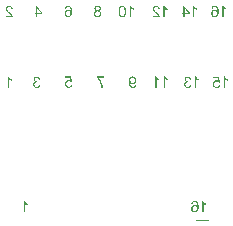
<source format=gbo>
G04*
G04 #@! TF.GenerationSoftware,Altium Limited,Altium Designer,23.9.2 (47)*
G04*
G04 Layer_Color=32896*
%FSLAX44Y44*%
%MOMM*%
G71*
G04*
G04 #@! TF.SameCoordinates,58B7A3E4-DE2A-4233-B81C-AD47A70DC6F2*
G04*
G04*
G04 #@! TF.FilePolarity,Positive*
G04*
G01*
G75*
%ADD11C,0.1000*%
G36*
X364640Y185859D02*
X364793Y185637D01*
X364973Y185415D01*
X365139Y185221D01*
X365306Y185055D01*
X365431Y184916D01*
X365486Y184875D01*
X365528Y184833D01*
X365542Y184819D01*
X365555Y184805D01*
X365847Y184569D01*
X366138Y184348D01*
X366415Y184153D01*
X366693Y184001D01*
X366928Y183862D01*
X367025Y183807D01*
X367109Y183765D01*
X367178Y183724D01*
X367234Y183710D01*
X367261Y183682D01*
X367275D01*
Y182545D01*
X367067Y182628D01*
X366859Y182725D01*
X366651Y182822D01*
X366457Y182919D01*
X366291Y183002D01*
X366152Y183072D01*
X366069Y183127D01*
X366055Y183141D01*
X366041D01*
X365791Y183294D01*
X365569Y183446D01*
X365375Y183585D01*
X365223Y183710D01*
X365084Y183807D01*
X365001Y183890D01*
X364931Y183945D01*
X364917Y183959D01*
Y176457D01*
X363739D01*
Y186095D01*
X364501D01*
X364640Y185859D01*
D02*
G37*
G36*
X360507Y180991D02*
X359398Y180839D01*
X359301Y180991D01*
X359176Y181116D01*
X359065Y181241D01*
X358954Y181338D01*
X358843Y181408D01*
X358760Y181477D01*
X358704Y181505D01*
X358691Y181518D01*
X358510Y181602D01*
X358330Y181671D01*
X358164Y181713D01*
X357997Y181754D01*
X357859Y181768D01*
X357747Y181782D01*
X357484D01*
X357318Y181754D01*
X357026Y181685D01*
X356777Y181588D01*
X356555Y181491D01*
X356388Y181380D01*
X356264Y181283D01*
X356194Y181213D01*
X356166Y181199D01*
Y181186D01*
X355972Y180950D01*
X355834Y180700D01*
X355737Y180437D01*
X355667Y180173D01*
X355626Y179951D01*
X355612Y179854D01*
Y179771D01*
X355598Y179702D01*
Y179646D01*
Y179618D01*
Y179605D01*
Y179410D01*
X355626Y179230D01*
X355695Y178883D01*
X355792Y178592D01*
X355889Y178356D01*
X356000Y178162D01*
X356097Y178010D01*
X356139Y177968D01*
X356166Y177927D01*
X356180Y177913D01*
X356194Y177899D01*
X356305Y177788D01*
X356416Y177691D01*
X356666Y177524D01*
X356902Y177413D01*
X357137Y177344D01*
X357332Y177289D01*
X357498Y177275D01*
X357553Y177261D01*
X357637D01*
X357900Y177275D01*
X358136Y177330D01*
X358344Y177400D01*
X358510Y177483D01*
X358663Y177566D01*
X358774Y177635D01*
X358829Y177691D01*
X358857Y177705D01*
X359023Y177899D01*
X359162Y178107D01*
X359273Y178343D01*
X359356Y178551D01*
X359412Y178759D01*
X359453Y178911D01*
X359467Y178981D01*
X359481Y179022D01*
Y179050D01*
Y179064D01*
X360715Y178967D01*
X360688Y178745D01*
X360646Y178537D01*
X360521Y178148D01*
X360369Y177816D01*
X360285Y177663D01*
X360202Y177538D01*
X360133Y177413D01*
X360050Y177302D01*
X359980Y177219D01*
X359911Y177150D01*
X359855Y177094D01*
X359828Y177039D01*
X359800Y177025D01*
X359786Y177011D01*
X359620Y176886D01*
X359453Y176775D01*
X359273Y176678D01*
X359093Y176595D01*
X358746Y176470D01*
X358399Y176387D01*
X358247Y176346D01*
X358094Y176332D01*
X357969Y176318D01*
X357859Y176304D01*
X357761Y176290D01*
X357637D01*
X357345Y176304D01*
X357068Y176346D01*
X356805Y176401D01*
X356569Y176470D01*
X356347Y176567D01*
X356139Y176665D01*
X355945Y176762D01*
X355778Y176873D01*
X355626Y176984D01*
X355487Y177080D01*
X355376Y177192D01*
X355279Y177275D01*
X355210Y177344D01*
X355154Y177400D01*
X355126Y177441D01*
X355112Y177455D01*
X354974Y177635D01*
X354863Y177829D01*
X354752Y178010D01*
X354669Y178204D01*
X354530Y178578D01*
X354447Y178939D01*
X354419Y179091D01*
X354391Y179244D01*
X354378Y179369D01*
X354364Y179480D01*
X354350Y179577D01*
Y179646D01*
Y179688D01*
Y179702D01*
X354364Y179951D01*
X354391Y180187D01*
X354433Y180423D01*
X354488Y180631D01*
X354558Y180825D01*
X354627Y181019D01*
X354710Y181186D01*
X354780Y181338D01*
X354863Y181477D01*
X354946Y181602D01*
X355015Y181699D01*
X355085Y181796D01*
X355140Y181865D01*
X355182Y181907D01*
X355210Y181935D01*
X355224Y181948D01*
X355390Y182101D01*
X355556Y182240D01*
X355737Y182351D01*
X355917Y182448D01*
X356097Y182545D01*
X356278Y182614D01*
X356610Y182711D01*
X356763Y182753D01*
X356902Y182780D01*
X357026Y182794D01*
X357137Y182808D01*
X357220Y182822D01*
X357526D01*
X357692Y182794D01*
X358025Y182725D01*
X358330Y182628D01*
X358607Y182517D01*
X358829Y182406D01*
X358926Y182351D01*
X359010Y182309D01*
X359079Y182267D01*
X359120Y182240D01*
X359148Y182226D01*
X359162Y182212D01*
X358649Y184805D01*
X354807D01*
Y185929D01*
X359578D01*
X360507Y180991D01*
D02*
G37*
G36*
X363365Y245859D02*
X363518Y245637D01*
X363698Y245415D01*
X363864Y245221D01*
X364031Y245055D01*
X364156Y244916D01*
X364211Y244874D01*
X364253Y244833D01*
X364267Y244819D01*
X364280Y244805D01*
X364572Y244569D01*
X364863Y244347D01*
X365140Y244153D01*
X365418Y244001D01*
X365653Y243862D01*
X365750Y243807D01*
X365834Y243765D01*
X365903Y243724D01*
X365958Y243710D01*
X365986Y243682D01*
X366000D01*
Y242545D01*
X365792Y242628D01*
X365584Y242725D01*
X365376Y242822D01*
X365182Y242919D01*
X365015Y243002D01*
X364877Y243072D01*
X364794Y243127D01*
X364780Y243141D01*
X364766D01*
X364516Y243293D01*
X364294Y243446D01*
X364100Y243585D01*
X363947Y243710D01*
X363809Y243807D01*
X363726Y243890D01*
X363656Y243945D01*
X363642Y243959D01*
Y236456D01*
X362464D01*
Y246095D01*
X363226D01*
X363365Y245859D01*
D02*
G37*
G36*
X356320Y246081D02*
X356583Y246053D01*
X356833Y245998D01*
X357069Y245928D01*
X357277Y245832D01*
X357485Y245748D01*
X357665Y245637D01*
X357831Y245540D01*
X357970Y245443D01*
X358109Y245332D01*
X358220Y245249D01*
X358303Y245166D01*
X358372Y245083D01*
X358428Y245027D01*
X358456Y244999D01*
X358470Y244986D01*
X358650Y244736D01*
X358802Y244445D01*
X358941Y244139D01*
X359066Y243820D01*
X359163Y243488D01*
X359246Y243155D01*
X359315Y242808D01*
X359371Y242489D01*
X359412Y242170D01*
X359440Y241879D01*
X359468Y241616D01*
X359482Y241394D01*
Y241199D01*
X359496Y241061D01*
Y241005D01*
Y240964D01*
Y240950D01*
Y240936D01*
X359482Y240492D01*
X359454Y240076D01*
X359412Y239688D01*
X359343Y239327D01*
X359274Y239008D01*
X359204Y238717D01*
X359121Y238454D01*
X359024Y238218D01*
X358941Y238024D01*
X358858Y237843D01*
X358788Y237705D01*
X358705Y237580D01*
X358650Y237483D01*
X358608Y237427D01*
X358580Y237386D01*
X358567Y237372D01*
X358386Y237178D01*
X358192Y237011D01*
X357998Y236873D01*
X357804Y236748D01*
X357596Y236637D01*
X357402Y236553D01*
X357207Y236484D01*
X357013Y236429D01*
X356847Y236387D01*
X356680Y236346D01*
X356542Y236318D01*
X356417Y236304D01*
X356306D01*
X356237Y236290D01*
X356167D01*
X355848Y236304D01*
X355557Y236359D01*
X355294Y236415D01*
X355058Y236498D01*
X354878Y236567D01*
X354739Y236637D01*
X354683Y236651D01*
X354642Y236678D01*
X354628Y236692D01*
X354614D01*
X354378Y236859D01*
X354156Y237053D01*
X353976Y237247D01*
X353824Y237441D01*
X353699Y237621D01*
X353615Y237760D01*
X353588Y237815D01*
X353560Y237857D01*
X353546Y237871D01*
Y237885D01*
X353408Y238176D01*
X353310Y238481D01*
X353241Y238759D01*
X353200Y239022D01*
X353158Y239244D01*
Y239327D01*
X353144Y239410D01*
Y239480D01*
Y239521D01*
Y239549D01*
Y239563D01*
X353158Y239813D01*
X353186Y240048D01*
X353227Y240284D01*
X353269Y240492D01*
X353338Y240686D01*
X353408Y240880D01*
X353477Y241047D01*
X353560Y241199D01*
X353643Y241338D01*
X353713Y241463D01*
X353782Y241560D01*
X353851Y241657D01*
X353893Y241726D01*
X353935Y241768D01*
X353962Y241796D01*
X353976Y241810D01*
X354129Y241962D01*
X354295Y242101D01*
X354475Y242212D01*
X354642Y242309D01*
X354808Y242406D01*
X354975Y242475D01*
X355294Y242572D01*
X355432Y242614D01*
X355571Y242642D01*
X355682Y242656D01*
X355793Y242670D01*
X355876Y242683D01*
X355987D01*
X356237Y242670D01*
X356472Y242628D01*
X356694Y242586D01*
X356889Y242531D01*
X357055Y242461D01*
X357180Y242420D01*
X357263Y242378D01*
X357277Y242364D01*
X357291D01*
X357513Y242226D01*
X357707Y242073D01*
X357887Y241921D01*
X358026Y241754D01*
X358150Y241616D01*
X358248Y241504D01*
X358303Y241421D01*
X358317Y241407D01*
Y241657D01*
X358303Y241907D01*
X358289Y242129D01*
X358261Y242351D01*
X358248Y242545D01*
X358220Y242725D01*
X358192Y242891D01*
X358150Y243044D01*
X358123Y243183D01*
X358095Y243293D01*
X358067Y243391D01*
X358053Y243474D01*
X358026Y243529D01*
X358012Y243571D01*
X357998Y243599D01*
Y243612D01*
X357859Y243890D01*
X357721Y244139D01*
X357568Y244334D01*
X357429Y244500D01*
X357304Y244639D01*
X357207Y244736D01*
X357138Y244791D01*
X357110Y244805D01*
X356944Y244916D01*
X356777Y244986D01*
X356611Y245041D01*
X356445Y245083D01*
X356320Y245110D01*
X356209Y245124D01*
X356112D01*
X355862Y245096D01*
X355626Y245041D01*
X355432Y244958D01*
X355252Y244874D01*
X355113Y244778D01*
X355016Y244694D01*
X354961Y244639D01*
X354933Y244611D01*
X354836Y244486D01*
X354739Y244334D01*
X354656Y244167D01*
X354600Y244001D01*
X354545Y243848D01*
X354503Y243724D01*
X354489Y243640D01*
X354475Y243626D01*
Y243612D01*
X353297Y243710D01*
X353380Y244098D01*
X353505Y244445D01*
X353643Y244750D01*
X353796Y244999D01*
X353948Y245194D01*
X354004Y245277D01*
X354073Y245346D01*
X354115Y245388D01*
X354156Y245429D01*
X354170Y245443D01*
X354184Y245457D01*
X354323Y245568D01*
X354475Y245665D01*
X354781Y245832D01*
X355086Y245942D01*
X355377Y246012D01*
X355640Y246067D01*
X355751Y246081D01*
X355848D01*
X355932Y246095D01*
X356043D01*
X356320Y246081D01*
D02*
G37*
G36*
X338365Y245693D02*
X338518Y245471D01*
X338698Y245249D01*
X338864Y245055D01*
X339031Y244888D01*
X339156Y244750D01*
X339211Y244708D01*
X339253Y244667D01*
X339267Y244653D01*
X339280Y244639D01*
X339572Y244403D01*
X339863Y244181D01*
X340140Y243987D01*
X340418Y243834D01*
X340653Y243696D01*
X340750Y243640D01*
X340834Y243599D01*
X340903Y243557D01*
X340958Y243543D01*
X340986Y243515D01*
X341000D01*
Y242378D01*
X340792Y242461D01*
X340584Y242558D01*
X340376Y242656D01*
X340182Y242753D01*
X340015Y242836D01*
X339877Y242905D01*
X339794Y242961D01*
X339780Y242975D01*
X339766D01*
X339516Y243127D01*
X339294Y243280D01*
X339100Y243418D01*
X338947Y243543D01*
X338809Y243640D01*
X338726Y243724D01*
X338656Y243779D01*
X338642Y243793D01*
Y236290D01*
X337464D01*
Y245928D01*
X338226D01*
X338365Y245693D01*
D02*
G37*
G36*
X334842Y239674D02*
Y238592D01*
X330668D01*
Y236290D01*
X329489D01*
Y238592D01*
X328186D01*
Y239674D01*
X329489D01*
Y245887D01*
X330446D01*
X334842Y239674D01*
D02*
G37*
G36*
X232139Y246081D02*
X232403Y246053D01*
X232652Y245998D01*
X232888Y245928D01*
X233096Y245832D01*
X233304Y245748D01*
X233484Y245637D01*
X233651Y245540D01*
X233790Y245443D01*
X233928Y245332D01*
X234039Y245249D01*
X234122Y245166D01*
X234192Y245083D01*
X234247Y245027D01*
X234275Y244999D01*
X234289Y244986D01*
X234469Y244736D01*
X234622Y244445D01*
X234760Y244139D01*
X234885Y243820D01*
X234982Y243488D01*
X235065Y243155D01*
X235135Y242808D01*
X235190Y242489D01*
X235232Y242170D01*
X235260Y241879D01*
X235287Y241616D01*
X235301Y241394D01*
Y241199D01*
X235315Y241061D01*
Y241005D01*
Y240964D01*
Y240950D01*
Y240936D01*
X235301Y240492D01*
X235273Y240076D01*
X235232Y239688D01*
X235163Y239327D01*
X235093Y239008D01*
X235024Y238717D01*
X234941Y238454D01*
X234844Y238218D01*
X234760Y238024D01*
X234677Y237843D01*
X234608Y237705D01*
X234525Y237580D01*
X234469Y237483D01*
X234428Y237427D01*
X234400Y237386D01*
X234386Y237372D01*
X234206Y237178D01*
X234011Y237011D01*
X233817Y236873D01*
X233623Y236748D01*
X233415Y236637D01*
X233221Y236553D01*
X233027Y236484D01*
X232833Y236429D01*
X232666Y236387D01*
X232500Y236346D01*
X232361Y236318D01*
X232236Y236304D01*
X232125D01*
X232056Y236290D01*
X231987D01*
X231668Y236304D01*
X231376Y236359D01*
X231113Y236415D01*
X230877Y236498D01*
X230697Y236567D01*
X230558Y236637D01*
X230503Y236651D01*
X230461Y236678D01*
X230447Y236692D01*
X230433D01*
X230198Y236859D01*
X229976Y237053D01*
X229795Y237247D01*
X229643Y237441D01*
X229518Y237621D01*
X229435Y237760D01*
X229407Y237815D01*
X229379Y237857D01*
X229366Y237871D01*
Y237885D01*
X229227Y238176D01*
X229130Y238481D01*
X229060Y238759D01*
X229019Y239022D01*
X228977Y239244D01*
Y239327D01*
X228963Y239410D01*
Y239480D01*
Y239521D01*
Y239549D01*
Y239563D01*
X228977Y239813D01*
X229005Y240048D01*
X229047Y240284D01*
X229088Y240492D01*
X229158Y240686D01*
X229227Y240880D01*
X229296Y241047D01*
X229379Y241199D01*
X229463Y241338D01*
X229532Y241463D01*
X229601Y241560D01*
X229671Y241657D01*
X229712Y241726D01*
X229754Y241768D01*
X229782Y241796D01*
X229795Y241810D01*
X229948Y241962D01*
X230114Y242101D01*
X230295Y242212D01*
X230461Y242309D01*
X230628Y242406D01*
X230794Y242475D01*
X231113Y242572D01*
X231252Y242614D01*
X231390Y242642D01*
X231501Y242656D01*
X231612Y242670D01*
X231695Y242683D01*
X231806D01*
X232056Y242670D01*
X232292Y242628D01*
X232514Y242586D01*
X232708Y242531D01*
X232874Y242461D01*
X232999Y242420D01*
X233082Y242378D01*
X233096Y242364D01*
X233110D01*
X233332Y242226D01*
X233526Y242073D01*
X233706Y241921D01*
X233845Y241754D01*
X233970Y241616D01*
X234067Y241504D01*
X234122Y241421D01*
X234136Y241407D01*
Y241657D01*
X234122Y241907D01*
X234109Y242129D01*
X234081Y242351D01*
X234067Y242545D01*
X234039Y242725D01*
X234011Y242891D01*
X233970Y243044D01*
X233942Y243183D01*
X233914Y243293D01*
X233887Y243391D01*
X233873Y243474D01*
X233845Y243529D01*
X233831Y243571D01*
X233817Y243599D01*
Y243612D01*
X233679Y243890D01*
X233540Y244139D01*
X233387Y244334D01*
X233249Y244500D01*
X233124Y244639D01*
X233027Y244736D01*
X232957Y244791D01*
X232930Y244805D01*
X232763Y244916D01*
X232597Y244986D01*
X232430Y245041D01*
X232264Y245083D01*
X232139Y245110D01*
X232028Y245124D01*
X231931D01*
X231682Y245096D01*
X231446Y245041D01*
X231252Y244958D01*
X231071Y244874D01*
X230933Y244778D01*
X230836Y244694D01*
X230780Y244639D01*
X230752Y244611D01*
X230655Y244486D01*
X230558Y244334D01*
X230475Y244167D01*
X230420Y244001D01*
X230364Y243848D01*
X230322Y243724D01*
X230309Y243640D01*
X230295Y243626D01*
Y243612D01*
X229116Y243710D01*
X229199Y244098D01*
X229324Y244445D01*
X229463Y244750D01*
X229615Y244999D01*
X229768Y245194D01*
X229823Y245277D01*
X229893Y245346D01*
X229934Y245388D01*
X229976Y245429D01*
X229990Y245443D01*
X230004Y245457D01*
X230142Y245568D01*
X230295Y245665D01*
X230600Y245832D01*
X230905Y245942D01*
X231196Y246012D01*
X231460Y246067D01*
X231571Y246081D01*
X231668D01*
X231751Y246095D01*
X231862D01*
X232139Y246081D01*
D02*
G37*
G36*
X182270Y245915D02*
X182505Y245901D01*
X182727Y245859D01*
X182935Y245818D01*
X183130Y245762D01*
X183310Y245707D01*
X183476Y245637D01*
X183629Y245568D01*
X183768Y245499D01*
X183878Y245429D01*
X183976Y245374D01*
X184059Y245318D01*
X184128Y245277D01*
X184170Y245235D01*
X184197Y245221D01*
X184211Y245207D01*
X184350Y245069D01*
X184475Y244916D01*
X184600Y244750D01*
X184697Y244583D01*
X184863Y244251D01*
X184974Y243918D01*
X185016Y243765D01*
X185057Y243612D01*
X185085Y243488D01*
X185113Y243377D01*
X185127Y243280D01*
Y243210D01*
X185140Y243169D01*
Y243155D01*
X183934Y243030D01*
X183906Y243349D01*
X183851Y243626D01*
X183768Y243876D01*
X183670Y244070D01*
X183587Y244237D01*
X183504Y244347D01*
X183449Y244417D01*
X183421Y244445D01*
X183213Y244611D01*
X182991Y244736D01*
X182755Y244833D01*
X182547Y244888D01*
X182353Y244930D01*
X182187Y244944D01*
X182131Y244958D01*
X182048D01*
X181757Y244944D01*
X181493Y244888D01*
X181271Y244805D01*
X181077Y244722D01*
X180924Y244625D01*
X180827Y244556D01*
X180758Y244500D01*
X180730Y244472D01*
X180564Y244278D01*
X180439Y244084D01*
X180342Y243890D01*
X180287Y243696D01*
X180245Y243543D01*
X180231Y243405D01*
X180217Y243321D01*
Y243307D01*
Y243293D01*
X180245Y243044D01*
X180300Y242780D01*
X180397Y242545D01*
X180494Y242323D01*
X180606Y242143D01*
X180703Y241990D01*
X180730Y241934D01*
X180758Y241893D01*
X180786Y241879D01*
Y241865D01*
X180897Y241712D01*
X181035Y241560D01*
X181188Y241394D01*
X181354Y241227D01*
X181701Y240894D01*
X182048Y240562D01*
X182228Y240409D01*
X182381Y240270D01*
X182533Y240145D01*
X182658Y240035D01*
X182755Y239951D01*
X182838Y239882D01*
X182894Y239840D01*
X182908Y239826D01*
X183254Y239535D01*
X183573Y239258D01*
X183837Y239008D01*
X184045Y238800D01*
X184225Y238620D01*
X184350Y238495D01*
X184419Y238412D01*
X184447Y238398D01*
Y238384D01*
X184641Y238148D01*
X184794Y237927D01*
X184932Y237705D01*
X185043Y237510D01*
X185127Y237344D01*
X185182Y237219D01*
X185210Y237136D01*
X185224Y237122D01*
Y237108D01*
X185279Y236956D01*
X185307Y236817D01*
X185335Y236678D01*
X185348Y236553D01*
X185362Y236443D01*
Y236359D01*
Y236304D01*
Y236290D01*
X178997D01*
Y237427D01*
X183726D01*
X183559Y237663D01*
X183476Y237760D01*
X183407Y237857D01*
X183338Y237940D01*
X183282Y237996D01*
X183241Y238037D01*
X183227Y238051D01*
X183157Y238121D01*
X183074Y238190D01*
X182880Y238370D01*
X182658Y238578D01*
X182422Y238786D01*
X182200Y238967D01*
X182103Y239050D01*
X182020Y239133D01*
X181951Y239188D01*
X181895Y239230D01*
X181868Y239258D01*
X181854Y239272D01*
X181632Y239466D01*
X181410Y239646D01*
X181216Y239826D01*
X181035Y239979D01*
X180869Y240131D01*
X180730Y240270D01*
X180592Y240395D01*
X180481Y240506D01*
X180370Y240617D01*
X180287Y240700D01*
X180217Y240770D01*
X180148Y240839D01*
X180079Y240922D01*
X180051Y240950D01*
X179857Y241185D01*
X179690Y241394D01*
X179552Y241602D01*
X179440Y241768D01*
X179357Y241921D01*
X179302Y242031D01*
X179274Y242101D01*
X179260Y242129D01*
X179177Y242337D01*
X179122Y242545D01*
X179066Y242739D01*
X179038Y242905D01*
X179025Y243058D01*
X179011Y243169D01*
Y243238D01*
Y243266D01*
X179025Y243474D01*
X179052Y243668D01*
X179080Y243862D01*
X179135Y244029D01*
X179274Y244361D01*
X179413Y244625D01*
X179496Y244750D01*
X179565Y244847D01*
X179635Y244944D01*
X179704Y245013D01*
X179760Y245069D01*
X179787Y245124D01*
X179815Y245138D01*
X179829Y245152D01*
X179981Y245291D01*
X180148Y245415D01*
X180328Y245513D01*
X180508Y245596D01*
X180869Y245734D01*
X181230Y245832D01*
X181382Y245859D01*
X181535Y245887D01*
X181673Y245901D01*
X181784Y245915D01*
X181881Y245928D01*
X182020D01*
X182270Y245915D01*
D02*
G37*
G36*
X210193Y239674D02*
Y238592D01*
X206019D01*
Y236290D01*
X204840D01*
Y238592D01*
X203537D01*
Y239674D01*
X204840D01*
Y245887D01*
X205797D01*
X210193Y239674D01*
D02*
G37*
G36*
X306743Y245915D02*
X306978Y245901D01*
X307200Y245859D01*
X307408Y245818D01*
X307602Y245762D01*
X307783Y245707D01*
X307949Y245637D01*
X308102Y245568D01*
X308240Y245499D01*
X308351Y245429D01*
X308448Y245374D01*
X308532Y245318D01*
X308601Y245277D01*
X308643Y245235D01*
X308670Y245221D01*
X308684Y245207D01*
X308823Y245069D01*
X308948Y244916D01*
X309072Y244750D01*
X309170Y244583D01*
X309336Y244251D01*
X309447Y243918D01*
X309489Y243765D01*
X309530Y243612D01*
X309558Y243488D01*
X309586Y243377D01*
X309599Y243280D01*
Y243210D01*
X309613Y243169D01*
Y243155D01*
X308407Y243030D01*
X308379Y243349D01*
X308324Y243626D01*
X308240Y243876D01*
X308143Y244070D01*
X308060Y244237D01*
X307977Y244347D01*
X307921Y244417D01*
X307894Y244445D01*
X307686Y244611D01*
X307464Y244736D01*
X307228Y244833D01*
X307020Y244888D01*
X306826Y244930D01*
X306659Y244944D01*
X306604Y244958D01*
X306521D01*
X306229Y244944D01*
X305966Y244888D01*
X305744Y244805D01*
X305550Y244722D01*
X305397Y244625D01*
X305300Y244556D01*
X305231Y244500D01*
X305203Y244472D01*
X305037Y244278D01*
X304912Y244084D01*
X304815Y243890D01*
X304759Y243696D01*
X304718Y243543D01*
X304704Y243405D01*
X304690Y243321D01*
Y243307D01*
Y243293D01*
X304718Y243044D01*
X304773Y242780D01*
X304870Y242545D01*
X304967Y242323D01*
X305078Y242143D01*
X305175Y241990D01*
X305203Y241934D01*
X305231Y241893D01*
X305259Y241879D01*
Y241865D01*
X305370Y241712D01*
X305508Y241560D01*
X305661Y241394D01*
X305827Y241227D01*
X306174Y240894D01*
X306521Y240562D01*
X306701Y240409D01*
X306854Y240270D01*
X307006Y240145D01*
X307131Y240035D01*
X307228Y239951D01*
X307311Y239882D01*
X307367Y239840D01*
X307381Y239826D01*
X307727Y239535D01*
X308046Y239258D01*
X308310Y239008D01*
X308518Y238800D01*
X308698Y238620D01*
X308823Y238495D01*
X308892Y238412D01*
X308920Y238398D01*
Y238384D01*
X309114Y238148D01*
X309267Y237927D01*
X309405Y237705D01*
X309516Y237510D01*
X309599Y237344D01*
X309655Y237219D01*
X309683Y237136D01*
X309697Y237122D01*
Y237108D01*
X309752Y236956D01*
X309780Y236817D01*
X309807Y236678D01*
X309821Y236553D01*
X309835Y236443D01*
Y236359D01*
Y236304D01*
Y236290D01*
X303470D01*
Y237427D01*
X308199D01*
X308032Y237663D01*
X307949Y237760D01*
X307880Y237857D01*
X307810Y237940D01*
X307755Y237996D01*
X307713Y238037D01*
X307700Y238051D01*
X307630Y238121D01*
X307547Y238190D01*
X307353Y238370D01*
X307131Y238578D01*
X306895Y238786D01*
X306673Y238967D01*
X306576Y239050D01*
X306493Y239133D01*
X306424Y239188D01*
X306368Y239230D01*
X306340Y239258D01*
X306327Y239272D01*
X306105Y239466D01*
X305883Y239646D01*
X305689Y239826D01*
X305508Y239979D01*
X305342Y240131D01*
X305203Y240270D01*
X305065Y240395D01*
X304954Y240506D01*
X304843Y240617D01*
X304759Y240700D01*
X304690Y240770D01*
X304621Y240839D01*
X304551Y240922D01*
X304524Y240950D01*
X304329Y241185D01*
X304163Y241394D01*
X304024Y241602D01*
X303913Y241768D01*
X303830Y241921D01*
X303775Y242031D01*
X303747Y242101D01*
X303733Y242129D01*
X303650Y242337D01*
X303594Y242545D01*
X303539Y242739D01*
X303511Y242905D01*
X303497Y243058D01*
X303484Y243169D01*
Y243238D01*
Y243266D01*
X303497Y243474D01*
X303525Y243668D01*
X303553Y243862D01*
X303608Y244029D01*
X303747Y244361D01*
X303886Y244625D01*
X303969Y244750D01*
X304038Y244847D01*
X304108Y244944D01*
X304177Y245013D01*
X304232Y245069D01*
X304260Y245124D01*
X304288Y245138D01*
X304302Y245152D01*
X304454Y245291D01*
X304621Y245415D01*
X304801Y245513D01*
X304981Y245596D01*
X305342Y245734D01*
X305702Y245832D01*
X305855Y245859D01*
X306008Y245887D01*
X306146Y245901D01*
X306257Y245915D01*
X306354Y245928D01*
X306493D01*
X306743Y245915D01*
D02*
G37*
G36*
X313594Y245693D02*
X313746Y245471D01*
X313926Y245249D01*
X314093Y245055D01*
X314259Y244888D01*
X314384Y244750D01*
X314440Y244708D01*
X314481Y244667D01*
X314495Y244653D01*
X314509Y244639D01*
X314800Y244403D01*
X315091Y244181D01*
X315369Y243987D01*
X315646Y243834D01*
X315882Y243696D01*
X315979Y243640D01*
X316062Y243599D01*
X316131Y243557D01*
X316187Y243543D01*
X316215Y243515D01*
X316229D01*
Y242378D01*
X316021Y242461D01*
X315812Y242558D01*
X315604Y242656D01*
X315410Y242753D01*
X315244Y242836D01*
X315105Y242905D01*
X315022Y242961D01*
X315008Y242975D01*
X314994D01*
X314745Y243127D01*
X314523Y243280D01*
X314329Y243418D01*
X314176Y243543D01*
X314037Y243640D01*
X313954Y243724D01*
X313885Y243779D01*
X313871Y243793D01*
Y236290D01*
X312692D01*
Y245928D01*
X313455D01*
X313594Y245693D01*
D02*
G37*
G36*
X284901Y245859D02*
X285054Y245637D01*
X285234Y245415D01*
X285400Y245221D01*
X285567Y245055D01*
X285692Y244916D01*
X285747Y244874D01*
X285789Y244833D01*
X285802Y244819D01*
X285816Y244805D01*
X286108Y244569D01*
X286399Y244347D01*
X286676Y244153D01*
X286954Y244001D01*
X287189Y243862D01*
X287286Y243807D01*
X287370Y243765D01*
X287439Y243724D01*
X287494Y243710D01*
X287522Y243682D01*
X287536D01*
Y242545D01*
X287328Y242628D01*
X287120Y242725D01*
X286912Y242822D01*
X286718Y242919D01*
X286551Y243002D01*
X286413Y243072D01*
X286329Y243127D01*
X286316Y243141D01*
X286302D01*
X286052Y243293D01*
X285830Y243446D01*
X285636Y243585D01*
X285483Y243710D01*
X285345Y243807D01*
X285262Y243890D01*
X285192Y243945D01*
X285178Y243959D01*
Y236456D01*
X284000D01*
Y246095D01*
X284762D01*
X284901Y245859D01*
D02*
G37*
G36*
X278216Y246067D02*
X278563Y246012D01*
X278854Y245915D01*
X279104Y245818D01*
X279312Y245707D01*
X279395Y245665D01*
X279465Y245610D01*
X279520Y245582D01*
X279562Y245554D01*
X279576Y245526D01*
X279589D01*
X279839Y245305D01*
X280047Y245041D01*
X280227Y244778D01*
X280366Y244528D01*
X280477Y244292D01*
X280532Y244195D01*
X280560Y244098D01*
X280588Y244029D01*
X280616Y243973D01*
X280630Y243945D01*
Y243932D01*
X280685Y243724D01*
X280741Y243515D01*
X280824Y243058D01*
X280893Y242600D01*
X280935Y242170D01*
X280949Y241962D01*
X280962Y241782D01*
Y241616D01*
X280976Y241463D01*
Y241352D01*
Y241255D01*
Y241199D01*
Y241185D01*
X280962Y240700D01*
X280935Y240243D01*
X280893Y239826D01*
X280824Y239438D01*
X280754Y239078D01*
X280671Y238759D01*
X280588Y238467D01*
X280505Y238218D01*
X280422Y237996D01*
X280324Y237802D01*
X280255Y237635D01*
X280186Y237510D01*
X280116Y237400D01*
X280075Y237330D01*
X280047Y237288D01*
X280033Y237275D01*
X279881Y237108D01*
X279714Y236956D01*
X279534Y236817D01*
X279354Y236706D01*
X279173Y236609D01*
X278993Y236526D01*
X278813Y236470D01*
X278646Y236415D01*
X278480Y236373D01*
X278327Y236346D01*
X278189Y236318D01*
X278078Y236304D01*
X277981Y236290D01*
X277842D01*
X277467Y236318D01*
X277121Y236373D01*
X276830Y236470D01*
X276580Y236567D01*
X276372Y236664D01*
X276303Y236720D01*
X276233Y236761D01*
X276178Y236789D01*
X276136Y236817D01*
X276122Y236845D01*
X276108D01*
X275859Y237080D01*
X275651Y237330D01*
X275471Y237607D01*
X275332Y237857D01*
X275221Y238093D01*
X275165Y238190D01*
X275138Y238287D01*
X275110Y238356D01*
X275082Y238412D01*
X275068Y238440D01*
Y238454D01*
X274999Y238661D01*
X274944Y238869D01*
X274860Y239313D01*
X274791Y239771D01*
X274749Y240215D01*
X274735Y240409D01*
X274722Y240589D01*
Y240756D01*
X274708Y240908D01*
Y241019D01*
Y241116D01*
Y241172D01*
Y241185D01*
Y241449D01*
X274722Y241699D01*
Y241921D01*
X274735Y242143D01*
X274763Y242337D01*
X274777Y242531D01*
X274791Y242697D01*
X274819Y242850D01*
X274832Y242988D01*
X274860Y243113D01*
X274874Y243210D01*
X274888Y243293D01*
X274902Y243363D01*
X274916Y243405D01*
X274930Y243432D01*
Y243446D01*
X275013Y243751D01*
X275110Y244029D01*
X275221Y244264D01*
X275304Y244472D01*
X275401Y244653D01*
X275457Y244778D01*
X275512Y244847D01*
X275526Y244874D01*
X275679Y245083D01*
X275831Y245263D01*
X275998Y245415D01*
X276150Y245554D01*
X276289Y245651D01*
X276400Y245721D01*
X276469Y245762D01*
X276483Y245776D01*
X276497D01*
X276719Y245887D01*
X276954Y245956D01*
X277176Y246012D01*
X277384Y246053D01*
X277565Y246081D01*
X277717Y246095D01*
X277842D01*
X278216Y246067D01*
D02*
G37*
G36*
X257224Y246081D02*
X257446Y246067D01*
X257835Y245984D01*
X258015Y245928D01*
X258181Y245873D01*
X258334Y245804D01*
X258473Y245734D01*
X258584Y245665D01*
X258694Y245596D01*
X258792Y245540D01*
X258861Y245485D01*
X258916Y245443D01*
X258958Y245401D01*
X258986Y245388D01*
X259000Y245374D01*
X259124Y245235D01*
X259249Y245096D01*
X259346Y244944D01*
X259429Y244791D01*
X259568Y244500D01*
X259651Y244223D01*
X259707Y243987D01*
X259721Y243876D01*
X259735Y243793D01*
X259748Y243710D01*
Y243654D01*
Y243626D01*
Y243612D01*
X259735Y243363D01*
X259693Y243127D01*
X259638Y242919D01*
X259568Y242739D01*
X259513Y242600D01*
X259457Y242489D01*
X259416Y242434D01*
X259402Y242406D01*
X259249Y242239D01*
X259083Y242087D01*
X258902Y241948D01*
X258722Y241837D01*
X258556Y241754D01*
X258431Y241699D01*
X258375Y241671D01*
X258334Y241657D01*
X258320Y241643D01*
X258306D01*
X258625Y241546D01*
X258889Y241421D01*
X259124Y241269D01*
X259319Y241130D01*
X259471Y240991D01*
X259582Y240880D01*
X259638Y240811D01*
X259665Y240797D01*
Y240783D01*
X259818Y240534D01*
X259943Y240270D01*
X260026Y240021D01*
X260081Y239771D01*
X260109Y239549D01*
X260123Y239452D01*
Y239369D01*
X260137Y239313D01*
Y239258D01*
Y239230D01*
Y239216D01*
X260123Y238994D01*
X260095Y238772D01*
X260054Y238564D01*
X259998Y238356D01*
X259859Y238010D01*
X259790Y237843D01*
X259707Y237705D01*
X259624Y237566D01*
X259554Y237455D01*
X259471Y237358D01*
X259416Y237275D01*
X259360Y237205D01*
X259319Y237164D01*
X259291Y237136D01*
X259277Y237122D01*
X259111Y236970D01*
X258930Y236845D01*
X258736Y236734D01*
X258542Y236637D01*
X258362Y236567D01*
X258167Y236498D01*
X257793Y236401D01*
X257627Y236359D01*
X257474Y236332D01*
X257335Y236318D01*
X257211Y236304D01*
X257113Y236290D01*
X256975D01*
X256711Y236304D01*
X256476Y236332D01*
X256240Y236373D01*
X256018Y236415D01*
X255824Y236484D01*
X255630Y236553D01*
X255449Y236623D01*
X255297Y236706D01*
X255158Y236789D01*
X255033Y236859D01*
X254936Y236928D01*
X254839Y236997D01*
X254770Y237039D01*
X254728Y237080D01*
X254700Y237108D01*
X254687Y237122D01*
X254534Y237288D01*
X254395Y237455D01*
X254284Y237621D01*
X254187Y237802D01*
X254090Y237968D01*
X254021Y238148D01*
X253924Y238467D01*
X253882Y238620D01*
X253854Y238759D01*
X253841Y238883D01*
X253827Y238981D01*
X253813Y239064D01*
Y239133D01*
Y239175D01*
Y239188D01*
X253827Y239508D01*
X253882Y239799D01*
X253965Y240062D01*
X254049Y240284D01*
X254132Y240464D01*
X254215Y240603D01*
X254270Y240686D01*
X254284Y240700D01*
Y240714D01*
X254478Y240936D01*
X254687Y241130D01*
X254908Y241283D01*
X255116Y241421D01*
X255311Y241518D01*
X255477Y241588D01*
X255532Y241616D01*
X255574Y241629D01*
X255602Y241643D01*
X255616D01*
X255366Y241754D01*
X255158Y241879D01*
X254978Y242004D01*
X254825Y242129D01*
X254714Y242239D01*
X254631Y242323D01*
X254576Y242378D01*
X254562Y242406D01*
X254437Y242600D01*
X254354Y242794D01*
X254284Y242988D01*
X254243Y243183D01*
X254215Y243335D01*
X254201Y243460D01*
Y243543D01*
Y243557D01*
Y243571D01*
X254215Y243765D01*
X254229Y243945D01*
X254326Y244292D01*
X254451Y244597D01*
X254589Y244861D01*
X254728Y245069D01*
X254797Y245152D01*
X254853Y245235D01*
X254908Y245291D01*
X254950Y245332D01*
X254964Y245346D01*
X254978Y245360D01*
X255130Y245485D01*
X255283Y245610D01*
X255449Y245707D01*
X255616Y245790D01*
X255949Y245915D01*
X256281Y245998D01*
X256420Y246040D01*
X256559Y246053D01*
X256684Y246067D01*
X256794Y246081D01*
X256878Y246095D01*
X257003D01*
X257224Y246081D01*
D02*
G37*
G36*
X286854Y186081D02*
X287076Y186053D01*
X287298Y186012D01*
X287493Y185956D01*
X287867Y185804D01*
X288033Y185734D01*
X288172Y185651D01*
X288311Y185554D01*
X288422Y185485D01*
X288533Y185402D01*
X288616Y185332D01*
X288685Y185277D01*
X288727Y185235D01*
X288755Y185207D01*
X288768Y185194D01*
X288921Y185027D01*
X289046Y184833D01*
X289171Y184653D01*
X289268Y184459D01*
X289351Y184251D01*
X289420Y184056D01*
X289517Y183696D01*
X289559Y183515D01*
X289587Y183363D01*
X289601Y183210D01*
X289614Y183086D01*
X289628Y182988D01*
Y182919D01*
Y182864D01*
Y182850D01*
X289614Y182586D01*
X289587Y182351D01*
X289559Y182115D01*
X289503Y181893D01*
X289434Y181699D01*
X289365Y181505D01*
X289295Y181338D01*
X289212Y181186D01*
X289143Y181047D01*
X289074Y180922D01*
X289004Y180825D01*
X288935Y180728D01*
X288879Y180659D01*
X288852Y180617D01*
X288824Y180589D01*
X288810Y180575D01*
X288657Y180423D01*
X288491Y180298D01*
X288325Y180173D01*
X288144Y180076D01*
X287978Y179993D01*
X287812Y179924D01*
X287493Y179827D01*
X287354Y179785D01*
X287215Y179757D01*
X287104Y179743D01*
X286993Y179729D01*
X286910Y179715D01*
X286799D01*
X286536Y179729D01*
X286286Y179771D01*
X286064Y179827D01*
X285856Y179896D01*
X285704Y179951D01*
X285579Y180007D01*
X285495Y180048D01*
X285468Y180062D01*
X285246Y180201D01*
X285052Y180354D01*
X284885Y180506D01*
X284746Y180645D01*
X284650Y180783D01*
X284566Y180881D01*
X284511Y180950D01*
X284497Y180978D01*
Y180867D01*
Y180797D01*
Y180756D01*
Y180742D01*
X284511Y180464D01*
X284525Y180201D01*
X284552Y179965D01*
X284580Y179743D01*
X284622Y179563D01*
X284650Y179424D01*
X284663Y179369D01*
Y179327D01*
X284677Y179313D01*
Y179300D01*
X284746Y179050D01*
X284816Y178828D01*
X284885Y178634D01*
X284955Y178467D01*
X285010Y178343D01*
X285065Y178246D01*
X285093Y178176D01*
X285107Y178162D01*
X285218Y178010D01*
X285329Y177885D01*
X285440Y177774D01*
X285551Y177677D01*
X285634Y177594D01*
X285717Y177538D01*
X285773Y177511D01*
X285787Y177497D01*
X285939Y177413D01*
X286106Y177358D01*
X286258Y177316D01*
X286411Y177289D01*
X286536Y177275D01*
X286633Y177261D01*
X286730D01*
X286952Y177275D01*
X287160Y177316D01*
X287340Y177372D01*
X287493Y177441D01*
X287603Y177497D01*
X287701Y177552D01*
X287756Y177594D01*
X287770Y177607D01*
X287908Y177760D01*
X288020Y177940D01*
X288117Y178134D01*
X288186Y178329D01*
X288241Y178495D01*
X288283Y178648D01*
X288297Y178703D01*
Y178731D01*
X288311Y178759D01*
Y178773D01*
X289448Y178675D01*
X289365Y178273D01*
X289254Y177927D01*
X289115Y177621D01*
X288976Y177372D01*
X288838Y177178D01*
X288768Y177094D01*
X288713Y177025D01*
X288671Y176984D01*
X288630Y176942D01*
X288616Y176928D01*
X288602Y176914D01*
X288463Y176803D01*
X288311Y176706D01*
X288006Y176553D01*
X287701Y176443D01*
X287409Y176373D01*
X287146Y176318D01*
X287035Y176304D01*
X286938D01*
X286868Y176290D01*
X286758D01*
X286369Y176318D01*
X286022Y176373D01*
X285704Y176470D01*
X285440Y176581D01*
X285329Y176623D01*
X285218Y176678D01*
X285135Y176734D01*
X285052Y176775D01*
X284996Y176803D01*
X284955Y176831D01*
X284927Y176859D01*
X284913D01*
X284636Y177094D01*
X284386Y177358D01*
X284192Y177635D01*
X284025Y177899D01*
X283887Y178134D01*
X283831Y178246D01*
X283790Y178329D01*
X283762Y178412D01*
X283734Y178467D01*
X283720Y178495D01*
Y178509D01*
X283651Y178717D01*
X283582Y178953D01*
X283484Y179424D01*
X283415Y179924D01*
X283374Y180395D01*
X283346Y180603D01*
X283332Y180811D01*
Y180991D01*
X283318Y181144D01*
Y181269D01*
Y181366D01*
Y181435D01*
Y181449D01*
Y181768D01*
X283332Y182073D01*
X283360Y182351D01*
X283387Y182614D01*
X283415Y182850D01*
X283443Y183072D01*
X283484Y183280D01*
X283526Y183460D01*
X283568Y183613D01*
X283596Y183751D01*
X283637Y183876D01*
X283665Y183973D01*
X283692Y184042D01*
X283720Y184098D01*
X283734Y184126D01*
Y184140D01*
X283901Y184472D01*
X284081Y184764D01*
X284289Y185013D01*
X284469Y185221D01*
X284650Y185374D01*
X284788Y185485D01*
X284844Y185526D01*
X284885Y185554D01*
X284899Y185582D01*
X284913D01*
X285204Y185748D01*
X285495Y185873D01*
X285787Y185970D01*
X286050Y186026D01*
X286286Y186067D01*
X286383Y186081D01*
X286452D01*
X286522Y186095D01*
X286619D01*
X286854Y186081D01*
D02*
G37*
G36*
X205895Y186067D02*
X206269Y185998D01*
X206588Y185887D01*
X206865Y185776D01*
X206990Y185707D01*
X207087Y185651D01*
X207184Y185596D01*
X207254Y185540D01*
X207309Y185499D01*
X207351Y185471D01*
X207379Y185457D01*
X207392Y185443D01*
X207656Y185180D01*
X207864Y184888D01*
X208030Y184583D01*
X208169Y184278D01*
X208252Y184015D01*
X208294Y183904D01*
X208322Y183807D01*
X208335Y183724D01*
X208349Y183668D01*
X208363Y183626D01*
Y183613D01*
X207184Y183405D01*
X207129Y183710D01*
X207046Y183973D01*
X206949Y184195D01*
X206852Y184375D01*
X206754Y184514D01*
X206671Y184611D01*
X206616Y184680D01*
X206602Y184694D01*
X206422Y184833D01*
X206227Y184944D01*
X206047Y185013D01*
X205867Y185069D01*
X205700Y185096D01*
X205576Y185124D01*
X205465D01*
X205215Y185110D01*
X204993Y185055D01*
X204799Y184986D01*
X204633Y184916D01*
X204508Y184833D01*
X204411Y184764D01*
X204341Y184708D01*
X204328Y184694D01*
X204175Y184528D01*
X204064Y184348D01*
X203995Y184167D01*
X203939Y184001D01*
X203911Y183848D01*
X203884Y183737D01*
Y183654D01*
Y183640D01*
Y183626D01*
Y183474D01*
X203911Y183335D01*
X203981Y183099D01*
X204078Y182891D01*
X204189Y182711D01*
X204300Y182586D01*
X204397Y182489D01*
X204466Y182434D01*
X204480Y182420D01*
X204494D01*
X204730Y182295D01*
X204952Y182198D01*
X205187Y182129D01*
X205395Y182087D01*
X205576Y182059D01*
X205728Y182032D01*
X205909D01*
X205964Y182045D01*
X206033D01*
X206172Y181005D01*
X205992Y181047D01*
X205825Y181075D01*
X205687Y181102D01*
X205562Y181116D01*
X205465Y181130D01*
X205340D01*
X205049Y181102D01*
X204785Y181047D01*
X204549Y180964D01*
X204355Y180867D01*
X204203Y180770D01*
X204092Y180686D01*
X204022Y180631D01*
X203995Y180603D01*
X203814Y180395D01*
X203676Y180173D01*
X203579Y179951D01*
X203523Y179729D01*
X203482Y179549D01*
X203468Y179397D01*
X203454Y179341D01*
Y179300D01*
Y179272D01*
Y179258D01*
X203482Y178953D01*
X203551Y178675D01*
X203634Y178440D01*
X203745Y178232D01*
X203856Y178065D01*
X203939Y177940D01*
X204009Y177857D01*
X204036Y177829D01*
X204258Y177635D01*
X204494Y177497D01*
X204730Y177400D01*
X204952Y177330D01*
X205146Y177289D01*
X205298Y177275D01*
X205354Y177261D01*
X205437D01*
X205687Y177275D01*
X205922Y177330D01*
X206130Y177400D01*
X206297Y177483D01*
X206436Y177552D01*
X206546Y177621D01*
X206602Y177677D01*
X206630Y177691D01*
X206796Y177885D01*
X206935Y178107D01*
X207060Y178343D01*
X207157Y178592D01*
X207226Y178800D01*
X207254Y178897D01*
X207268Y178981D01*
X207281Y179050D01*
X207295Y179105D01*
X207309Y179133D01*
Y179147D01*
X208488Y178994D01*
X208460Y178773D01*
X208419Y178564D01*
X208294Y178176D01*
X208141Y177843D01*
X208058Y177705D01*
X207975Y177566D01*
X207892Y177441D01*
X207808Y177344D01*
X207739Y177247D01*
X207670Y177178D01*
X207628Y177122D01*
X207587Y177080D01*
X207559Y177053D01*
X207545Y177039D01*
X207379Y176914D01*
X207212Y176789D01*
X207046Y176692D01*
X206865Y176609D01*
X206519Y176470D01*
X206186Y176387D01*
X206033Y176359D01*
X205895Y176332D01*
X205770Y176318D01*
X205659Y176304D01*
X205576Y176290D01*
X205451D01*
X205187Y176304D01*
X204952Y176332D01*
X204716Y176373D01*
X204494Y176429D01*
X204286Y176498D01*
X204106Y176567D01*
X203925Y176651D01*
X203773Y176734D01*
X203620Y176803D01*
X203495Y176886D01*
X203384Y176956D01*
X203301Y177025D01*
X203232Y177080D01*
X203176Y177122D01*
X203149Y177150D01*
X203135Y177164D01*
X202968Y177330D01*
X202830Y177511D01*
X202705Y177691D01*
X202594Y177871D01*
X202511Y178037D01*
X202428Y178218D01*
X202317Y178551D01*
X202289Y178703D01*
X202261Y178842D01*
X202233Y178967D01*
X202220Y179078D01*
X202206Y179161D01*
Y179230D01*
Y179272D01*
Y179286D01*
X202220Y179618D01*
X202275Y179924D01*
X202358Y180187D01*
X202441Y180409D01*
X202525Y180589D01*
X202608Y180728D01*
X202663Y180811D01*
X202677Y180839D01*
X202871Y181047D01*
X203079Y181227D01*
X203301Y181366D01*
X203523Y181477D01*
X203717Y181560D01*
X203870Y181616D01*
X203925Y181629D01*
X203967Y181643D01*
X203995Y181657D01*
X204009D01*
X203773Y181782D01*
X203579Y181907D01*
X203412Y182045D01*
X203274Y182170D01*
X203163Y182281D01*
X203079Y182378D01*
X203038Y182434D01*
X203024Y182461D01*
X202913Y182656D01*
X202830Y182850D01*
X202760Y183044D01*
X202719Y183224D01*
X202691Y183377D01*
X202677Y183488D01*
Y183571D01*
Y183599D01*
X202691Y183834D01*
X202733Y184070D01*
X202788Y184278D01*
X202857Y184459D01*
X202927Y184611D01*
X202982Y184736D01*
X203024Y184805D01*
X203038Y184833D01*
X203176Y185041D01*
X203343Y185221D01*
X203509Y185374D01*
X203676Y185513D01*
X203814Y185610D01*
X203939Y185693D01*
X204022Y185734D01*
X204036Y185748D01*
X204050D01*
X204300Y185859D01*
X204549Y185942D01*
X204799Y186012D01*
X205021Y186053D01*
X205201Y186081D01*
X205354Y186095D01*
X205700D01*
X205895Y186067D01*
D02*
G37*
G36*
X235324Y181151D02*
X234214Y180998D01*
X234117Y181151D01*
X233992Y181276D01*
X233881Y181400D01*
X233770Y181497D01*
X233659Y181567D01*
X233576Y181636D01*
X233521Y181664D01*
X233507Y181678D01*
X233327Y181761D01*
X233146Y181830D01*
X232980Y181872D01*
X232813Y181914D01*
X232675Y181927D01*
X232564Y181941D01*
X232300D01*
X232134Y181914D01*
X231843Y181844D01*
X231593Y181747D01*
X231371Y181650D01*
X231205Y181539D01*
X231080Y181442D01*
X231010Y181373D01*
X230983Y181359D01*
Y181345D01*
X230789Y181109D01*
X230650Y180860D01*
X230553Y180596D01*
X230483Y180333D01*
X230442Y180111D01*
X230428Y180014D01*
Y179930D01*
X230414Y179861D01*
Y179806D01*
Y179778D01*
Y179764D01*
Y179570D01*
X230442Y179389D01*
X230511Y179043D01*
X230608Y178752D01*
X230705Y178516D01*
X230816Y178322D01*
X230914Y178169D01*
X230955Y178127D01*
X230983Y178086D01*
X230997Y178072D01*
X231010Y178058D01*
X231122Y177947D01*
X231232Y177850D01*
X231482Y177684D01*
X231718Y177573D01*
X231954Y177503D01*
X232148Y177448D01*
X232314Y177434D01*
X232370Y177420D01*
X232453D01*
X232716Y177434D01*
X232952Y177489D01*
X233160Y177559D01*
X233327Y177642D01*
X233479Y177725D01*
X233590Y177795D01*
X233645Y177850D01*
X233673Y177864D01*
X233840Y178058D01*
X233978Y178266D01*
X234089Y178502D01*
X234172Y178710D01*
X234228Y178918D01*
X234270Y179070D01*
X234284Y179140D01*
X234297Y179181D01*
Y179209D01*
Y179223D01*
X235532Y179126D01*
X235504Y178904D01*
X235462Y178696D01*
X235338Y178308D01*
X235185Y177975D01*
X235102Y177822D01*
X235019Y177698D01*
X234949Y177573D01*
X234866Y177462D01*
X234797Y177379D01*
X234727Y177309D01*
X234672Y177254D01*
X234644Y177198D01*
X234616Y177184D01*
X234603Y177171D01*
X234436Y177046D01*
X234270Y176935D01*
X234089Y176838D01*
X233909Y176754D01*
X233562Y176630D01*
X233216Y176546D01*
X233063Y176505D01*
X232910Y176491D01*
X232786Y176477D01*
X232675Y176463D01*
X232578Y176449D01*
X232453D01*
X232162Y176463D01*
X231884Y176505D01*
X231621Y176560D01*
X231385Y176630D01*
X231163Y176727D01*
X230955Y176824D01*
X230761Y176921D01*
X230595Y177032D01*
X230442Y177143D01*
X230303Y177240D01*
X230192Y177351D01*
X230095Y177434D01*
X230026Y177503D01*
X229970Y177559D01*
X229943Y177600D01*
X229929Y177614D01*
X229790Y177795D01*
X229679Y177989D01*
X229568Y178169D01*
X229485Y178363D01*
X229346Y178738D01*
X229263Y179098D01*
X229235Y179251D01*
X229208Y179403D01*
X229194Y179528D01*
X229180Y179639D01*
X229166Y179736D01*
Y179806D01*
Y179847D01*
Y179861D01*
X229180Y180111D01*
X229208Y180346D01*
X229249Y180582D01*
X229305Y180790D01*
X229374Y180984D01*
X229443Y181178D01*
X229527Y181345D01*
X229596Y181497D01*
X229679Y181636D01*
X229762Y181761D01*
X229832Y181858D01*
X229901Y181955D01*
X229956Y182024D01*
X229998Y182066D01*
X230026Y182094D01*
X230040Y182108D01*
X230206Y182260D01*
X230373Y182399D01*
X230553Y182510D01*
X230733Y182607D01*
X230914Y182704D01*
X231094Y182773D01*
X231427Y182870D01*
X231579Y182912D01*
X231718Y182940D01*
X231843Y182954D01*
X231954Y182967D01*
X232037Y182981D01*
X232342D01*
X232508Y182954D01*
X232841Y182884D01*
X233146Y182787D01*
X233424Y182676D01*
X233645Y182565D01*
X233743Y182510D01*
X233826Y182468D01*
X233895Y182427D01*
X233937Y182399D01*
X233965Y182385D01*
X233978Y182371D01*
X233465Y184965D01*
X229624D01*
Y186088D01*
X234394D01*
X235324Y181151D01*
D02*
G37*
G36*
X181565Y185852D02*
X181717Y185630D01*
X181898Y185408D01*
X182064Y185214D01*
X182231Y185048D01*
X182355Y184909D01*
X182411Y184867D01*
X182453Y184826D01*
X182466Y184812D01*
X182480Y184798D01*
X182771Y184562D01*
X183063Y184340D01*
X183340Y184146D01*
X183617Y183994D01*
X183853Y183855D01*
X183950Y183800D01*
X184034Y183758D01*
X184103Y183716D01*
X184158Y183703D01*
X184186Y183675D01*
X184200D01*
Y182538D01*
X183992Y182621D01*
X183784Y182718D01*
X183576Y182815D01*
X183382Y182912D01*
X183215Y182995D01*
X183077Y183065D01*
X182993Y183120D01*
X182980Y183134D01*
X182966D01*
X182716Y183286D01*
X182494Y183439D01*
X182300Y183578D01*
X182147Y183703D01*
X182009Y183800D01*
X181926Y183883D01*
X181856Y183938D01*
X181842Y183952D01*
Y176449D01*
X180664D01*
Y186088D01*
X181426D01*
X181565Y185852D01*
D02*
G37*
G36*
X314065D02*
X314217Y185630D01*
X314398Y185408D01*
X314564Y185214D01*
X314731Y185048D01*
X314855Y184909D01*
X314911Y184867D01*
X314953Y184826D01*
X314966Y184812D01*
X314980Y184798D01*
X315271Y184562D01*
X315563Y184340D01*
X315840Y184146D01*
X316117Y183994D01*
X316353Y183855D01*
X316450Y183800D01*
X316534Y183758D01*
X316603Y183716D01*
X316658Y183703D01*
X316686Y183675D01*
X316700D01*
Y182538D01*
X316492Y182621D01*
X316284Y182718D01*
X316076Y182815D01*
X315882Y182912D01*
X315715Y182995D01*
X315577Y183065D01*
X315493Y183120D01*
X315480Y183134D01*
X315466D01*
X315216Y183286D01*
X314994Y183439D01*
X314800Y183578D01*
X314647Y183703D01*
X314509Y183800D01*
X314426Y183883D01*
X314356Y183938D01*
X314342Y183952D01*
Y176449D01*
X313164D01*
Y186088D01*
X313926D01*
X314065Y185852D01*
D02*
G37*
G36*
X306604D02*
X306756Y185630D01*
X306937Y185408D01*
X307103Y185214D01*
X307269Y185048D01*
X307394Y184909D01*
X307450Y184867D01*
X307491Y184826D01*
X307505Y184812D01*
X307519Y184798D01*
X307810Y184562D01*
X308102Y184340D01*
X308379Y184146D01*
X308656Y183994D01*
X308892Y183855D01*
X308989Y183800D01*
X309072Y183758D01*
X309142Y183716D01*
X309197Y183703D01*
X309225Y183675D01*
X309239D01*
Y182538D01*
X309031Y182621D01*
X308823Y182718D01*
X308615Y182815D01*
X308421Y182912D01*
X308254Y182995D01*
X308115Y183065D01*
X308032Y183120D01*
X308018Y183134D01*
X308004D01*
X307755Y183286D01*
X307533Y183439D01*
X307339Y183578D01*
X307186Y183703D01*
X307048Y183800D01*
X306964Y183883D01*
X306895Y183938D01*
X306881Y183952D01*
Y176449D01*
X305702D01*
Y186088D01*
X306465D01*
X306604Y185852D01*
D02*
G37*
G36*
X333733Y186067D02*
X334107Y185998D01*
X334426Y185887D01*
X334704Y185776D01*
X334828Y185707D01*
X334926Y185651D01*
X335023Y185596D01*
X335092Y185540D01*
X335148Y185499D01*
X335189Y185471D01*
X335217Y185457D01*
X335231Y185443D01*
X335494Y185180D01*
X335702Y184888D01*
X335869Y184583D01*
X336007Y184278D01*
X336091Y184015D01*
X336132Y183904D01*
X336160Y183807D01*
X336174Y183724D01*
X336188Y183668D01*
X336202Y183626D01*
Y183613D01*
X335023Y183405D01*
X334967Y183710D01*
X334884Y183973D01*
X334787Y184195D01*
X334690Y184375D01*
X334593Y184514D01*
X334510Y184611D01*
X334454Y184680D01*
X334440Y184694D01*
X334260Y184833D01*
X334066Y184944D01*
X333885Y185013D01*
X333705Y185069D01*
X333539Y185096D01*
X333414Y185124D01*
X333303D01*
X333053Y185110D01*
X332831Y185055D01*
X332637Y184986D01*
X332471Y184916D01*
X332346Y184833D01*
X332249Y184764D01*
X332180Y184708D01*
X332166Y184694D01*
X332013Y184528D01*
X331902Y184348D01*
X331833Y184167D01*
X331777Y184001D01*
X331750Y183848D01*
X331722Y183737D01*
Y183654D01*
Y183640D01*
Y183626D01*
Y183474D01*
X331750Y183335D01*
X331819Y183099D01*
X331916Y182891D01*
X332027Y182711D01*
X332138Y182586D01*
X332235Y182489D01*
X332304Y182434D01*
X332318Y182420D01*
X332332D01*
X332568Y182295D01*
X332790Y182198D01*
X333026Y182129D01*
X333234Y182087D01*
X333414Y182059D01*
X333567Y182032D01*
X333747D01*
X333802Y182045D01*
X333872D01*
X334010Y181005D01*
X333830Y181047D01*
X333664Y181075D01*
X333525Y181102D01*
X333400Y181116D01*
X333303Y181130D01*
X333178D01*
X332887Y181102D01*
X332623Y181047D01*
X332388Y180964D01*
X332193Y180867D01*
X332041Y180770D01*
X331930Y180686D01*
X331861Y180631D01*
X331833Y180603D01*
X331653Y180395D01*
X331514Y180173D01*
X331417Y179951D01*
X331361Y179729D01*
X331320Y179549D01*
X331306Y179397D01*
X331292Y179341D01*
Y179300D01*
Y179272D01*
Y179258D01*
X331320Y178953D01*
X331389Y178675D01*
X331472Y178440D01*
X331583Y178232D01*
X331694Y178065D01*
X331777Y177940D01*
X331847Y177857D01*
X331875Y177829D01*
X332096Y177635D01*
X332332Y177497D01*
X332568Y177400D01*
X332790Y177330D01*
X332984Y177289D01*
X333137Y177275D01*
X333192Y177261D01*
X333275D01*
X333525Y177275D01*
X333761Y177330D01*
X333969Y177400D01*
X334135Y177483D01*
X334274Y177552D01*
X334385Y177621D01*
X334440Y177677D01*
X334468Y177691D01*
X334634Y177885D01*
X334773Y178107D01*
X334898Y178343D01*
X334995Y178592D01*
X335064Y178800D01*
X335092Y178897D01*
X335106Y178981D01*
X335120Y179050D01*
X335134Y179105D01*
X335148Y179133D01*
Y179147D01*
X336326Y178994D01*
X336299Y178773D01*
X336257Y178564D01*
X336132Y178176D01*
X335980Y177843D01*
X335896Y177705D01*
X335813Y177566D01*
X335730Y177441D01*
X335647Y177344D01*
X335577Y177247D01*
X335508Y177178D01*
X335466Y177122D01*
X335425Y177080D01*
X335397Y177053D01*
X335383Y177039D01*
X335217Y176914D01*
X335050Y176789D01*
X334884Y176692D01*
X334704Y176609D01*
X334357Y176470D01*
X334024Y176387D01*
X333872Y176359D01*
X333733Y176332D01*
X333608Y176318D01*
X333497Y176304D01*
X333414Y176290D01*
X333289D01*
X333026Y176304D01*
X332790Y176332D01*
X332554Y176373D01*
X332332Y176429D01*
X332124Y176498D01*
X331944Y176567D01*
X331764Y176651D01*
X331611Y176734D01*
X331459Y176803D01*
X331334Y176886D01*
X331223Y176956D01*
X331139Y177025D01*
X331070Y177080D01*
X331015Y177122D01*
X330987Y177150D01*
X330973Y177164D01*
X330807Y177330D01*
X330668Y177511D01*
X330543Y177691D01*
X330432Y177871D01*
X330349Y178037D01*
X330266Y178218D01*
X330155Y178551D01*
X330127Y178703D01*
X330099Y178842D01*
X330072Y178967D01*
X330058Y179078D01*
X330044Y179161D01*
Y179230D01*
Y179272D01*
Y179286D01*
X330058Y179618D01*
X330113Y179924D01*
X330196Y180187D01*
X330280Y180409D01*
X330363Y180589D01*
X330446Y180728D01*
X330502Y180811D01*
X330516Y180839D01*
X330710Y181047D01*
X330918Y181227D01*
X331139Y181366D01*
X331361Y181477D01*
X331556Y181560D01*
X331708Y181616D01*
X331764Y181629D01*
X331805Y181643D01*
X331833Y181657D01*
X331847D01*
X331611Y181782D01*
X331417Y181907D01*
X331250Y182045D01*
X331112Y182170D01*
X331001Y182281D01*
X330918Y182378D01*
X330876Y182434D01*
X330862Y182461D01*
X330751Y182656D01*
X330668Y182850D01*
X330599Y183044D01*
X330557Y183224D01*
X330529Y183377D01*
X330516Y183488D01*
Y183571D01*
Y183599D01*
X330529Y183834D01*
X330571Y184070D01*
X330626Y184278D01*
X330696Y184459D01*
X330765Y184611D01*
X330821Y184736D01*
X330862Y184805D01*
X330876Y184833D01*
X331015Y185041D01*
X331181Y185221D01*
X331348Y185374D01*
X331514Y185513D01*
X331653Y185610D01*
X331777Y185693D01*
X331861Y185734D01*
X331875Y185748D01*
X331888D01*
X332138Y185859D01*
X332388Y185942D01*
X332637Y186012D01*
X332859Y186053D01*
X333040Y186081D01*
X333192Y186095D01*
X333539D01*
X333733Y186067D01*
D02*
G37*
G36*
X340265Y185859D02*
X340418Y185637D01*
X340598Y185415D01*
X340764Y185221D01*
X340931Y185055D01*
X341055Y184916D01*
X341111Y184875D01*
X341152Y184833D01*
X341166Y184819D01*
X341180Y184805D01*
X341471Y184569D01*
X341763Y184348D01*
X342040Y184153D01*
X342318Y184001D01*
X342553Y183862D01*
X342650Y183807D01*
X342733Y183765D01*
X342803Y183724D01*
X342858Y183710D01*
X342886Y183682D01*
X342900D01*
Y182545D01*
X342692Y182628D01*
X342484Y182725D01*
X342276Y182822D01*
X342082Y182919D01*
X341915Y183002D01*
X341777Y183072D01*
X341693Y183127D01*
X341679Y183141D01*
X341666D01*
X341416Y183294D01*
X341194Y183446D01*
X341000Y183585D01*
X340847Y183710D01*
X340709Y183807D01*
X340625Y183890D01*
X340556Y183945D01*
X340542Y183959D01*
Y176457D01*
X339364D01*
Y186095D01*
X340126D01*
X340265Y185859D01*
D02*
G37*
G36*
X262660Y184944D02*
X257958D01*
X258291Y184541D01*
X258610Y184111D01*
X258887Y183696D01*
X259151Y183293D01*
X259262Y183113D01*
X259359Y182947D01*
X259456Y182794D01*
X259525Y182669D01*
X259581Y182558D01*
X259622Y182489D01*
X259650Y182433D01*
X259664Y182420D01*
X259941Y181865D01*
X260191Y181310D01*
X260399Y180783D01*
X260482Y180547D01*
X260565Y180312D01*
X260649Y180104D01*
X260704Y179909D01*
X260760Y179743D01*
X260801Y179604D01*
X260843Y179480D01*
X260871Y179396D01*
X260884Y179341D01*
Y179327D01*
X261023Y178758D01*
X261079Y178481D01*
X261120Y178231D01*
X261162Y177996D01*
X261203Y177760D01*
X261231Y177566D01*
X261259Y177372D01*
X261273Y177205D01*
X261287Y177052D01*
X261301Y176914D01*
Y176803D01*
X261314Y176720D01*
Y176664D01*
Y176623D01*
Y176609D01*
X260108D01*
X260066Y177136D01*
X259997Y177621D01*
X259928Y178065D01*
X259886Y178273D01*
X259844Y178467D01*
X259817Y178633D01*
X259775Y178786D01*
X259747Y178925D01*
X259720Y179036D01*
X259692Y179119D01*
X259678Y179188D01*
X259664Y179230D01*
Y179244D01*
X259456Y179882D01*
X259234Y180478D01*
X259123Y180769D01*
X259012Y181047D01*
X258887Y181296D01*
X258776Y181546D01*
X258679Y181768D01*
X258582Y181962D01*
X258499Y182128D01*
X258430Y182281D01*
X258360Y182406D01*
X258319Y182489D01*
X258291Y182544D01*
X258277Y182558D01*
X258111Y182850D01*
X257944Y183141D01*
X257778Y183404D01*
X257612Y183654D01*
X257459Y183876D01*
X257306Y184098D01*
X257154Y184292D01*
X257029Y184458D01*
X256904Y184625D01*
X256793Y184763D01*
X256682Y184874D01*
X256599Y184971D01*
X256544Y185055D01*
X256488Y185110D01*
X256460Y185138D01*
X256447Y185152D01*
Y186081D01*
X262660D01*
Y184944D01*
D02*
G37*
G36*
X346365Y80569D02*
X346517Y80347D01*
X346698Y80125D01*
X346864Y79931D01*
X347031Y79765D01*
X347155Y79626D01*
X347211Y79585D01*
X347253Y79543D01*
X347266Y79529D01*
X347280Y79515D01*
X347571Y79279D01*
X347863Y79058D01*
X348140Y78863D01*
X348418Y78711D01*
X348653Y78572D01*
X348750Y78517D01*
X348834Y78475D01*
X348903Y78433D01*
X348958Y78420D01*
X348986Y78392D01*
X349000D01*
Y77255D01*
X348792Y77338D01*
X348584Y77435D01*
X348376Y77532D01*
X348182Y77629D01*
X348015Y77712D01*
X347877Y77782D01*
X347793Y77837D01*
X347780Y77851D01*
X347766D01*
X347516Y78004D01*
X347294Y78156D01*
X347100Y78295D01*
X346948Y78420D01*
X346809Y78517D01*
X346726Y78600D01*
X346656Y78655D01*
X346642Y78669D01*
Y71166D01*
X345463D01*
Y80805D01*
X346226D01*
X346365Y80569D01*
D02*
G37*
G36*
X339320Y80791D02*
X339583Y80763D01*
X339833Y80708D01*
X340069Y80639D01*
X340277Y80541D01*
X340485Y80458D01*
X340665Y80347D01*
X340831Y80250D01*
X340970Y80153D01*
X341109Y80042D01*
X341220Y79959D01*
X341303Y79876D01*
X341372Y79793D01*
X341428Y79737D01*
X341456Y79709D01*
X341469Y79696D01*
X341650Y79446D01*
X341802Y79155D01*
X341941Y78850D01*
X342066Y78531D01*
X342163Y78198D01*
X342246Y77865D01*
X342315Y77518D01*
X342371Y77199D01*
X342412Y76880D01*
X342440Y76589D01*
X342468Y76325D01*
X342482Y76104D01*
Y75909D01*
X342496Y75771D01*
Y75715D01*
Y75674D01*
Y75660D01*
Y75646D01*
X342482Y75202D01*
X342454Y74786D01*
X342412Y74398D01*
X342343Y74037D01*
X342274Y73718D01*
X342205Y73427D01*
X342121Y73163D01*
X342024Y72928D01*
X341941Y72734D01*
X341858Y72553D01*
X341788Y72415D01*
X341705Y72290D01*
X341650Y72193D01*
X341608Y72137D01*
X341580Y72096D01*
X341567Y72082D01*
X341386Y71888D01*
X341192Y71721D01*
X340998Y71582D01*
X340804Y71458D01*
X340596Y71347D01*
X340402Y71263D01*
X340207Y71194D01*
X340013Y71139D01*
X339847Y71097D01*
X339680Y71055D01*
X339542Y71028D01*
X339417Y71014D01*
X339306D01*
X339237Y71000D01*
X339167D01*
X338848Y71014D01*
X338557Y71069D01*
X338294Y71125D01*
X338058Y71208D01*
X337878Y71277D01*
X337739Y71347D01*
X337683Y71361D01*
X337642Y71388D01*
X337628Y71402D01*
X337614D01*
X337378Y71569D01*
X337156Y71763D01*
X336976Y71957D01*
X336824Y72151D01*
X336699Y72331D01*
X336615Y72470D01*
X336588Y72526D01*
X336560Y72567D01*
X336546Y72581D01*
Y72595D01*
X336408Y72886D01*
X336310Y73191D01*
X336241Y73469D01*
X336199Y73732D01*
X336158Y73954D01*
Y74037D01*
X336144Y74120D01*
Y74190D01*
Y74231D01*
Y74259D01*
Y74273D01*
X336158Y74523D01*
X336186Y74758D01*
X336227Y74994D01*
X336269Y75202D01*
X336338Y75396D01*
X336408Y75591D01*
X336477Y75757D01*
X336560Y75909D01*
X336643Y76048D01*
X336713Y76173D01*
X336782Y76270D01*
X336851Y76367D01*
X336893Y76436D01*
X336935Y76478D01*
X336962Y76506D01*
X336976Y76520D01*
X337129Y76672D01*
X337295Y76811D01*
X337475Y76922D01*
X337642Y77019D01*
X337808Y77116D01*
X337975Y77185D01*
X338294Y77282D01*
X338432Y77324D01*
X338571Y77352D01*
X338682Y77366D01*
X338793Y77379D01*
X338876Y77393D01*
X338987D01*
X339237Y77379D01*
X339472Y77338D01*
X339694Y77296D01*
X339888Y77241D01*
X340055Y77171D01*
X340180Y77130D01*
X340263Y77088D01*
X340277Y77074D01*
X340291D01*
X340513Y76936D01*
X340707Y76783D01*
X340887Y76631D01*
X341026Y76464D01*
X341151Y76325D01*
X341248Y76214D01*
X341303Y76131D01*
X341317Y76117D01*
Y76367D01*
X341303Y76617D01*
X341289Y76839D01*
X341261Y77060D01*
X341248Y77255D01*
X341220Y77435D01*
X341192Y77601D01*
X341151Y77754D01*
X341123Y77893D01*
X341095Y78004D01*
X341067Y78101D01*
X341053Y78184D01*
X341026Y78239D01*
X341012Y78281D01*
X340998Y78309D01*
Y78323D01*
X340859Y78600D01*
X340721Y78850D01*
X340568Y79044D01*
X340429Y79210D01*
X340304Y79349D01*
X340207Y79446D01*
X340138Y79501D01*
X340110Y79515D01*
X339944Y79626D01*
X339777Y79696D01*
X339611Y79751D01*
X339445Y79793D01*
X339320Y79820D01*
X339209Y79834D01*
X339112D01*
X338862Y79806D01*
X338626Y79751D01*
X338432Y79668D01*
X338252Y79585D01*
X338113Y79488D01*
X338016Y79404D01*
X337961Y79349D01*
X337933Y79321D01*
X337836Y79196D01*
X337739Y79044D01*
X337656Y78877D01*
X337600Y78711D01*
X337545Y78558D01*
X337503Y78433D01*
X337489Y78350D01*
X337475Y78336D01*
Y78323D01*
X336297Y78420D01*
X336380Y78808D01*
X336505Y79155D01*
X336643Y79460D01*
X336796Y79709D01*
X336948Y79903D01*
X337004Y79987D01*
X337073Y80056D01*
X337115Y80098D01*
X337156Y80139D01*
X337170Y80153D01*
X337184Y80167D01*
X337323Y80278D01*
X337475Y80375D01*
X337780Y80541D01*
X338086Y80652D01*
X338377Y80722D01*
X338640Y80777D01*
X338751Y80791D01*
X338848D01*
X338932Y80805D01*
X339043D01*
X339320Y80791D01*
D02*
G37*
G36*
X195365Y80403D02*
X195518Y80181D01*
X195698Y79959D01*
X195864Y79765D01*
X196031Y79598D01*
X196155Y79460D01*
X196211Y79418D01*
X196253Y79377D01*
X196266Y79363D01*
X196280Y79349D01*
X196572Y79113D01*
X196863Y78891D01*
X197140Y78697D01*
X197418Y78544D01*
X197653Y78406D01*
X197750Y78350D01*
X197834Y78309D01*
X197903Y78267D01*
X197958Y78253D01*
X197986Y78225D01*
X198000D01*
Y77088D01*
X197792Y77171D01*
X197584Y77269D01*
X197376Y77366D01*
X197182Y77463D01*
X197015Y77546D01*
X196877Y77615D01*
X196793Y77671D01*
X196780Y77685D01*
X196766D01*
X196516Y77837D01*
X196294Y77990D01*
X196100Y78128D01*
X195947Y78253D01*
X195809Y78350D01*
X195726Y78433D01*
X195656Y78489D01*
X195642Y78503D01*
Y71000D01*
X194464D01*
Y80639D01*
X195226D01*
X195365Y80403D01*
D02*
G37*
%LPC*%
G36*
X356306Y241643D02*
X356223D01*
X355932Y241616D01*
X355668Y241546D01*
X355446Y241463D01*
X355252Y241352D01*
X355099Y241241D01*
X354989Y241158D01*
X354919Y241089D01*
X354891Y241061D01*
X354711Y240825D01*
X354572Y240575D01*
X354475Y240312D01*
X354420Y240062D01*
X354378Y239840D01*
X354364Y239743D01*
Y239660D01*
X354351Y239591D01*
Y239535D01*
Y239508D01*
Y239494D01*
X354378Y239119D01*
X354434Y238800D01*
X354517Y238523D01*
X354614Y238287D01*
X354725Y238107D01*
X354808Y237968D01*
X354864Y237885D01*
X354891Y237871D01*
Y237857D01*
X354989Y237746D01*
X355099Y237663D01*
X355321Y237510D01*
X355543Y237413D01*
X355737Y237330D01*
X355918Y237288D01*
X356056Y237275D01*
X356112Y237261D01*
X356181D01*
X356375Y237275D01*
X356556Y237302D01*
X356722Y237358D01*
X356861Y237413D01*
X356986Y237455D01*
X357083Y237510D01*
X357138Y237538D01*
X357166Y237552D01*
X357332Y237677D01*
X357471Y237802D01*
X357596Y237954D01*
X357693Y238079D01*
X357776Y238204D01*
X357831Y238301D01*
X357873Y238370D01*
X357887Y238398D01*
X357970Y238606D01*
X358026Y238814D01*
X358081Y239008D01*
X358109Y239188D01*
X358123Y239341D01*
X358137Y239466D01*
Y239535D01*
Y239563D01*
X358109Y239896D01*
X358053Y240187D01*
X357956Y240450D01*
X357859Y240658D01*
X357762Y240839D01*
X357665Y240964D01*
X357610Y241033D01*
X357582Y241061D01*
X357360Y241255D01*
X357138Y241394D01*
X356902Y241504D01*
X356694Y241574D01*
X356500Y241616D01*
X356362Y241629D01*
X356306Y241643D01*
D02*
G37*
G36*
X330668Y243973D02*
Y239674D01*
X333691D01*
X330668Y243973D01*
D02*
G37*
G36*
X232125Y241643D02*
X232042D01*
X231751Y241616D01*
X231487Y241546D01*
X231266Y241463D01*
X231071Y241352D01*
X230919Y241241D01*
X230808Y241158D01*
X230739Y241089D01*
X230711Y241061D01*
X230530Y240825D01*
X230392Y240575D01*
X230295Y240312D01*
X230239Y240062D01*
X230198Y239840D01*
X230184Y239743D01*
Y239660D01*
X230170Y239591D01*
Y239535D01*
Y239508D01*
Y239494D01*
X230198Y239119D01*
X230253Y238800D01*
X230336Y238523D01*
X230433Y238287D01*
X230544Y238107D01*
X230628Y237968D01*
X230683Y237885D01*
X230711Y237871D01*
Y237857D01*
X230808Y237746D01*
X230919Y237663D01*
X231141Y237510D01*
X231363Y237413D01*
X231557Y237330D01*
X231737Y237288D01*
X231876Y237275D01*
X231931Y237261D01*
X232001D01*
X232195Y237275D01*
X232375Y237302D01*
X232541Y237358D01*
X232680Y237413D01*
X232805Y237455D01*
X232902Y237510D01*
X232957Y237538D01*
X232985Y237552D01*
X233152Y237677D01*
X233290Y237802D01*
X233415Y237954D01*
X233512Y238079D01*
X233595Y238204D01*
X233651Y238301D01*
X233692Y238370D01*
X233706Y238398D01*
X233790Y238606D01*
X233845Y238814D01*
X233901Y239008D01*
X233928Y239188D01*
X233942Y239341D01*
X233956Y239466D01*
Y239535D01*
Y239563D01*
X233928Y239896D01*
X233873Y240187D01*
X233776Y240450D01*
X233679Y240658D01*
X233582Y240839D01*
X233484Y240964D01*
X233429Y241033D01*
X233401Y241061D01*
X233179Y241255D01*
X232957Y241394D01*
X232722Y241504D01*
X232514Y241574D01*
X232320Y241616D01*
X232181Y241629D01*
X232125Y241643D01*
D02*
G37*
G36*
X206019Y243973D02*
Y239674D01*
X209042D01*
X206019Y243973D01*
D02*
G37*
G36*
X277939Y245124D02*
X277856D01*
X277703Y245110D01*
X277551Y245096D01*
X277412Y245055D01*
X277287Y244999D01*
X277052Y244874D01*
X276843Y244736D01*
X276691Y244583D01*
X276566Y244459D01*
X276525Y244403D01*
X276497Y244361D01*
X276469Y244347D01*
Y244334D01*
X276372Y244167D01*
X276289Y243973D01*
X276206Y243751D01*
X276150Y243515D01*
X276094Y243266D01*
X276053Y243002D01*
X275984Y242475D01*
X275956Y242212D01*
X275942Y241976D01*
X275928Y241754D01*
Y241574D01*
X275914Y241407D01*
Y241283D01*
Y241213D01*
Y241199D01*
Y241185D01*
Y240756D01*
X275942Y240367D01*
X275970Y240021D01*
X275998Y239688D01*
X276039Y239410D01*
X276094Y239147D01*
X276150Y238925D01*
X276192Y238717D01*
X276247Y238551D01*
X276303Y238412D01*
X276344Y238287D01*
X276400Y238190D01*
X276427Y238121D01*
X276455Y238079D01*
X276483Y238051D01*
Y238037D01*
X276594Y237899D01*
X276705Y237788D01*
X276816Y237677D01*
X276927Y237594D01*
X277162Y237455D01*
X277370Y237358D01*
X277565Y237302D01*
X277703Y237275D01*
X277759Y237261D01*
X277842D01*
X277994Y237275D01*
X278133Y237288D01*
X278397Y237386D01*
X278633Y237510D01*
X278841Y237649D01*
X278993Y237788D01*
X279118Y237913D01*
X279187Y238010D01*
X279215Y238024D01*
Y238037D01*
X279312Y238204D01*
X279395Y238398D01*
X279478Y238620D01*
X279534Y238856D01*
X279589Y239105D01*
X279631Y239369D01*
X279700Y239910D01*
X279728Y240159D01*
X279742Y240395D01*
X279756Y240617D01*
Y240797D01*
X279770Y240964D01*
Y241089D01*
Y241158D01*
Y241185D01*
X279756Y241616D01*
X279742Y242004D01*
X279714Y242364D01*
X279673Y242697D01*
X279631Y242988D01*
X279576Y243252D01*
X279520Y243488D01*
X279465Y243696D01*
X279409Y243876D01*
X279368Y244029D01*
X279312Y244153D01*
X279270Y244264D01*
X279229Y244334D01*
X279201Y244389D01*
X279173Y244417D01*
Y244431D01*
X279076Y244556D01*
X278979Y244667D01*
X278868Y244750D01*
X278757Y244833D01*
X278535Y244958D01*
X278327Y245041D01*
X278147Y245083D01*
X277994Y245110D01*
X277939Y245124D01*
D02*
G37*
G36*
X257086D02*
X256975D01*
X256739Y245110D01*
X256517Y245055D01*
X256337Y244986D01*
X256170Y244902D01*
X256046Y244819D01*
X255949Y244750D01*
X255879Y244694D01*
X255865Y244680D01*
X255713Y244500D01*
X255602Y244320D01*
X255519Y244139D01*
X255463Y243973D01*
X255435Y243820D01*
X255408Y243696D01*
Y243612D01*
Y243599D01*
Y243585D01*
X255422Y243363D01*
X255477Y243155D01*
X255546Y242975D01*
X255630Y242822D01*
X255713Y242697D01*
X255782Y242614D01*
X255838Y242545D01*
X255851Y242531D01*
X256018Y242392D01*
X256212Y242281D01*
X256392Y242212D01*
X256573Y242156D01*
X256739Y242129D01*
X256864Y242115D01*
X256947Y242101D01*
X256975D01*
X257224Y242115D01*
X257446Y242170D01*
X257640Y242239D01*
X257807Y242323D01*
X257932Y242392D01*
X258029Y242461D01*
X258098Y242517D01*
X258112Y242531D01*
X258251Y242697D01*
X258362Y242891D01*
X258431Y243072D01*
X258486Y243252D01*
X258514Y243405D01*
X258528Y243529D01*
X258542Y243612D01*
Y243626D01*
Y243640D01*
X258528Y243862D01*
X258473Y244056D01*
X258403Y244237D01*
X258320Y244389D01*
X258251Y244514D01*
X258181Y244611D01*
X258126Y244667D01*
X258112Y244680D01*
X257932Y244833D01*
X257751Y244944D01*
X257557Y245013D01*
X257377Y245069D01*
X257211Y245096D01*
X257086Y245124D01*
D02*
G37*
G36*
X257100Y241144D02*
X257016D01*
X256711Y241116D01*
X256434Y241061D01*
X256184Y240964D01*
X255976Y240867D01*
X255810Y240756D01*
X255685Y240658D01*
X255616Y240603D01*
X255588Y240575D01*
X255394Y240353D01*
X255255Y240118D01*
X255158Y239882D01*
X255089Y239674D01*
X255047Y239466D01*
X255033Y239313D01*
X255019Y239258D01*
Y239216D01*
Y239188D01*
Y239175D01*
X255047Y238883D01*
X255103Y238606D01*
X255200Y238370D01*
X255297Y238176D01*
X255394Y238024D01*
X255491Y237899D01*
X255546Y237829D01*
X255574Y237802D01*
X255796Y237621D01*
X256018Y237483D01*
X256254Y237400D01*
X256476Y237330D01*
X256670Y237288D01*
X256836Y237275D01*
X256892Y237261D01*
X256975D01*
X257169Y237275D01*
X257363Y237302D01*
X257543Y237344D01*
X257696Y237386D01*
X257821Y237427D01*
X257918Y237469D01*
X257973Y237497D01*
X258001Y237510D01*
X258167Y237621D01*
X258306Y237732D01*
X258431Y237857D01*
X258528Y237982D01*
X258611Y238079D01*
X258667Y238162D01*
X258694Y238232D01*
X258708Y238245D01*
X258778Y238426D01*
X258833Y238592D01*
X258875Y238759D01*
X258902Y238911D01*
X258916Y239036D01*
X258930Y239133D01*
Y239188D01*
Y239216D01*
X258902Y239508D01*
X258847Y239771D01*
X258764Y240007D01*
X258653Y240215D01*
X258556Y240367D01*
X258473Y240492D01*
X258417Y240562D01*
X258389Y240589D01*
X258181Y240770D01*
X257946Y240908D01*
X257724Y241005D01*
X257502Y241075D01*
X257308Y241116D01*
X257155Y241130D01*
X257100Y241144D01*
D02*
G37*
G36*
X286549Y185124D02*
X286327D01*
X286189Y185096D01*
X285939Y185027D01*
X285717Y184930D01*
X285523Y184833D01*
X285371Y184722D01*
X285260Y184625D01*
X285190Y184556D01*
X285163Y184542D01*
Y184528D01*
X284982Y184292D01*
X284844Y184029D01*
X284746Y183751D01*
X284691Y183488D01*
X284650Y183266D01*
X284636Y183169D01*
Y183072D01*
X284622Y183002D01*
Y182947D01*
Y182919D01*
Y182905D01*
X284650Y182545D01*
X284705Y182226D01*
X284788Y181962D01*
X284885Y181740D01*
X284996Y181560D01*
X285079Y181435D01*
X285135Y181352D01*
X285163Y181324D01*
X285371Y181130D01*
X285592Y180991D01*
X285814Y180894D01*
X286036Y180825D01*
X286217Y180783D01*
X286369Y180770D01*
X286425Y180756D01*
X286508D01*
X286799Y180783D01*
X287063Y180839D01*
X287298Y180936D01*
X287506Y181047D01*
X287659Y181144D01*
X287784Y181241D01*
X287853Y181297D01*
X287881Y181324D01*
X288061Y181546D01*
X288200Y181796D01*
X288283Y182045D01*
X288352Y182281D01*
X288394Y182489D01*
X288408Y182572D01*
Y182656D01*
X288422Y182725D01*
Y182767D01*
Y182794D01*
Y182808D01*
X288394Y183169D01*
X288339Y183502D01*
X288241Y183793D01*
X288130Y184029D01*
X288033Y184223D01*
X287936Y184361D01*
X287908Y184403D01*
X287881Y184445D01*
X287853Y184459D01*
Y184472D01*
X287742Y184583D01*
X287631Y184694D01*
X287395Y184847D01*
X287160Y184972D01*
X286938Y185041D01*
X286758Y185096D01*
X286605Y185110D01*
X286549Y185124D01*
D02*
G37*
G36*
X339306Y76353D02*
X339223D01*
X338932Y76325D01*
X338668Y76256D01*
X338446Y76173D01*
X338252Y76062D01*
X338099Y75951D01*
X337989Y75868D01*
X337919Y75799D01*
X337891Y75771D01*
X337711Y75535D01*
X337572Y75285D01*
X337475Y75022D01*
X337420Y74772D01*
X337378Y74550D01*
X337364Y74453D01*
Y74370D01*
X337351Y74301D01*
Y74245D01*
Y74218D01*
Y74204D01*
X337378Y73829D01*
X337434Y73510D01*
X337517Y73233D01*
X337614Y72997D01*
X337725Y72817D01*
X337808Y72678D01*
X337864Y72595D01*
X337891Y72581D01*
Y72567D01*
X337989Y72456D01*
X338099Y72373D01*
X338321Y72220D01*
X338543Y72123D01*
X338737Y72040D01*
X338918Y71999D01*
X339056Y71985D01*
X339112Y71971D01*
X339181D01*
X339375Y71985D01*
X339556Y72012D01*
X339722Y72068D01*
X339861Y72123D01*
X339986Y72165D01*
X340083Y72220D01*
X340138Y72248D01*
X340166Y72262D01*
X340332Y72387D01*
X340471Y72512D01*
X340596Y72664D01*
X340693Y72789D01*
X340776Y72914D01*
X340831Y73011D01*
X340873Y73080D01*
X340887Y73108D01*
X340970Y73316D01*
X341026Y73524D01*
X341081Y73718D01*
X341109Y73899D01*
X341123Y74051D01*
X341137Y74176D01*
Y74245D01*
Y74273D01*
X341109Y74606D01*
X341053Y74897D01*
X340956Y75160D01*
X340859Y75369D01*
X340762Y75549D01*
X340665Y75674D01*
X340610Y75743D01*
X340582Y75771D01*
X340360Y75965D01*
X340138Y76104D01*
X339902Y76214D01*
X339694Y76284D01*
X339500Y76325D01*
X339361Y76339D01*
X339306Y76353D01*
D02*
G37*
%LPD*%
D11*
X340000Y64541D02*
X350000D01*
M02*

</source>
